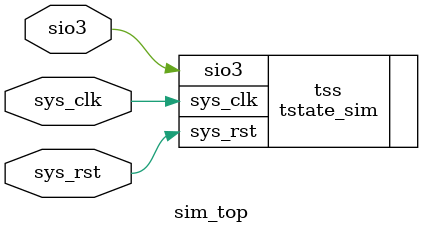
<source format=v>
module sim_top
    (
        input sys_clk,
        input sys_rst,
        inout sio3
    );

tstate_sim tss(
    .sys_clk(sys_clk),
    .sys_rst(sys_rst),
    .sio3(sio3)
);

`ifdef UNDEF
TristateModelHand tmh(
    .sys_clk(sys_clk),
    .sys_rst(sys_rst),
    .sio3(sio3)
);
`endif


// the "macro" to dump signals
`ifdef COCOTB_SIM_DUMP_VCD_VERILOG
initial begin
  $dumpfile (`COCOTB_SIM_DUMP_VCD_VERILOG);
  $dumpvars (0, `COCOTB_SIM_DUMP_VCD_VERILOG_TOPLEVEL);
  #1;
end
`endif

endmodule


</source>
